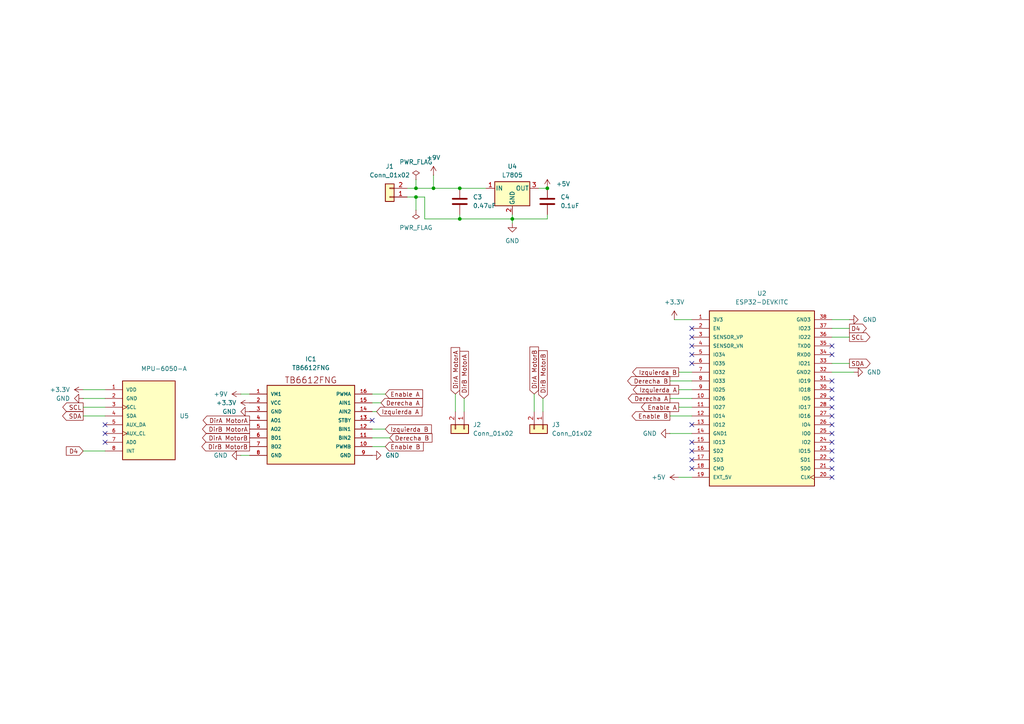
<source format=kicad_sch>
(kicad_sch (version 20231120) (generator "eeschema") (generator_version "8.0")
  (paper "A4")
  (lib_symbols
    (symbol "Connector_Generic:Conn_01x02" (pin_names (offset 1.016) hide)
      (property "Reference" "J" (at 0 2.54 0))
      (property "Value" "Conn_01x02" (at 0 -5.08 0))
      (symbol "Conn_01x02_1_1"
        (rectangle (start -1.27 -2.413) (end 0 -2.667) (stroke (width 0.1524)))
        (rectangle (start -1.27 0.127) (end 0 -0.127) (stroke (width 0.1524)))
        (rectangle (start -1.27 1.27) (end 1.27 -3.81) (stroke (width 0.254)) (fill (type background)))
        (pin passive line (at -5.08 0 0) (length 3.81) (name "Pin_1") (number "1"))
        (pin passive line (at -5.08 -2.54 0) (length 3.81) (name "Pin_2") (number "2"))
      )
    )
    (symbol "Device:C" (pin_numbers hide) (pin_names (offset 0.254))
      (property "Reference" "C" (at 0.635 2.54 0))
      (property "Value" "C" (at 0.635 -2.54 0))
      (symbol "C_0_1"
        (polyline (pts (xy -2.032 -0.762) (xy 2.032 -0.762)) (stroke (width 0.508)))
        (polyline (pts (xy -2.032 0.762) (xy 2.032 0.762)) (stroke (width 0.508)))
      )
      (symbol "C_1_1"
        (pin passive line (at 0 3.81 270) (length 2.794) (name "~") (number "1"))
        (pin passive line (at 0 -3.81 90) (length 2.794) (name "~") (number "2"))
      )
    )
    (symbol "ESP32-DEVKITC:ESP32-DEVKITC" (pin_names (offset 1.016))
      (property "Reference" "U2" (at 0 30.48 0))
      (property "Value" "ESP32-DEVKITC" (at 0 27.94 0))
      (symbol "ESP32-DEVKITC_0_0"
        (rectangle (start -15.24 25.4) (end 15.24 -25.4) (stroke (width 0.254)) (fill (type background)))
        (pin bidirectional line (at -20.32 0 0) (length 5.08) (name "IO26") (number "10"))
        (pin bidirectional line (at -20.32 -2.54 0) (length 5.08) (name "IO27") (number "11"))
        (pin bidirectional line (at -20.32 -5.08 0) (length 5.08) (name "IO14") (number "12"))
        (pin bidirectional line (at -20.32 -7.62 0) (length 5.08) (name "IO12") (number "13"))
        (pin power_in line (at -20.32 -10.16 0) (length 5.08) (name "GND1") (number "14"))
        (pin bidirectional line (at -20.32 -12.7 0) (length 5.08) (name "IO13") (number "15"))
        (pin bidirectional line (at -20.32 -15.24 0) (length 5.08) (name "SD2") (number "16"))
        (pin bidirectional line (at -20.32 -17.78 0) (length 5.08) (name "SD3") (number "17"))
        (pin bidirectional line (at -20.32 -20.32 0) (length 5.08) (name "CMD") (number "18"))
        (pin power_in line (at -20.32 -22.86 0) (length 5.08) (name "EXT_5V") (number "19"))
        (pin input line (at -20.32 20.32 0) (length 5.08) (name "EN") (number "2"))
        (pin input clock (at 20.32 -22.86 180) (length 5.08) (name "CLK") (number "20"))
        (pin bidirectional line (at 20.32 -20.32 180) (length 5.08) (name "SD0") (number "21"))
        (pin bidirectional line (at 20.32 -17.78 180) (length 5.08) (name "SD1") (number "22"))
        (pin bidirectional line (at 20.32 -15.24 180) (length 5.08) (name "IO15") (number "23"))
        (pin bidirectional line (at 20.32 -12.7 180) (length 5.08) (name "IO2") (number "24"))
        (pin bidirectional line (at 20.32 -10.16 180) (length 5.08) (name "IO0") (number "25"))
        (pin bidirectional line (at 20.32 -7.62 180) (length 5.08) (name "IO4") (number "26"))
        (pin bidirectional line (at 20.32 -5.08 180) (length 5.08) (name "IO16") (number "27"))
        (pin bidirectional line (at 20.32 -2.54 180) (length 5.08) (name "IO17") (number "28"))
        (pin bidirectional line (at 20.32 0 180) (length 5.08) (name "IO5") (number "29"))
        (pin input line (at -20.32 17.78 0) (length 5.08) (name "SENSOR_VP") (number "3"))
        (pin bidirectional line (at 20.32 2.54 180) (length 5.08) (name "IO18") (number "30"))
        (pin bidirectional line (at 20.32 5.08 180) (length 5.08) (name "IO19") (number "31"))
        (pin power_in line (at 20.32 7.62 180) (length 5.08) (name "GND2") (number "32"))
        (pin bidirectional line (at 20.32 10.16 180) (length 5.08) (name "IO21") (number "33"))
        (pin input line (at 20.32 12.7 180) (length 5.08) (name "RXD0") (number "34"))
        (pin output line (at 20.32 15.24 180) (length 5.08) (name "TXD0") (number "35"))
        (pin bidirectional line (at 20.32 17.78 180) (length 5.08) (name "IO22") (number "36"))
        (pin bidirectional line (at 20.32 20.32 180) (length 5.08) (name "IO23") (number "37"))
        (pin power_in line (at 20.32 22.86 180) (length 5.08) (name "GND3") (number "38"))
        (pin input line (at -20.32 15.24 0) (length 5.08) (name "SENSOR_VN") (number "4"))
        (pin bidirectional line (at -20.32 12.7 0) (length 5.08) (name "IO34") (number "5"))
        (pin bidirectional line (at -20.32 10.16 0) (length 5.08) (name "IO35") (number "6"))
        (pin bidirectional line (at -20.32 7.62 0) (length 5.08) (name "IO32") (number "7"))
        (pin bidirectional line (at -20.32 5.08 0) (length 5.08) (name "IO33") (number "8"))
        (pin bidirectional line (at -20.32 2.54 0) (length 5.08) (name "IO25") (number "9"))
      )
      (symbol "ESP32-DEVKITC_1_0"
        (pin power_out line (at -20.32 22.86 0) (length 5.08) (name "3V3") (number "1"))
      )
    )
    (symbol "Mi_Libreria:MPU-6050-A" (pin_names (offset 1.016))
      (property "Reference" "U" (at -12.7 21.082 0))
      (property "Value" "MPU-6050-A" (at -12.7 -22.86 0))
      (symbol "MPU-6050-A_0_0"
        (rectangle (start -12.7 17.78) (end 2.54 -5.08) (stroke (width 0.254)) (fill (type background)))
        (pin power_in line (at -17.78 15.24 0) (length 5.08) (name "VDD") (number "1"))
        (pin power_in line (at -17.78 12.7 0) (length 5.08) (name "GND") (number "2"))
        (pin input clock (at -17.78 10.16 0) (length 5.08) (name "SCL") (number "3"))
        (pin bidirectional line (at -17.78 7.62 0) (length 5.08) (name "SDA") (number "4"))
        (pin bidirectional line (at -17.78 5.08 0) (length 5.08) (name "AUX_DA") (number "5"))
        (pin output clock (at -17.78 2.54 0) (length 5.08) (name "AUX_CL") (number "6"))
        (pin input line (at -17.78 0 0) (length 5.08) (name "AD0") (number "7"))
        (pin output line (at -17.78 -2.54 0) (length 5.08) (name "INT") (number "8"))
      )
    )
    (symbol "Mi_Libreria:TB6612FNG" (pin_names (offset 1.016))
      (property "Reference" "IC1" (at 0 27.94 0))
      (property "Value" "TB6612FNG" (at 0 25.4 0))
      (symbol "TB6612FNG_0_0"
        (rectangle (start -12.7 20.32) (end 12.7 -2.54) (stroke (width 0.254)) (fill (type background)))
        (text "TB6612FNG" (at 7.62 22.86 0) (effects (font (size 1.778 1.778)) (justify right top)))
        (pin power_in line (at -17.78 17.78 0) (length 5.08) (name "VM1") (number "1"))
        (pin power_in line (at -17.78 15.24 0) (length 5.08) (name "VCC") (number "2"))
        (pin power_in line (at -17.78 12.7 0) (length 5.08) (name "GND") (number "3"))
        (pin output line (at -17.78 10.16 0) (length 5.08) (name "AO1") (number "4"))
        (pin output line (at -17.78 7.62 0) (length 5.08) (name "AO2") (number "5"))
        (pin output line (at -17.78 5.08 0) (length 5.08) (name "BO1") (number "6"))
        (pin output line (at -17.78 2.54 0) (length 5.08) (name "BO2") (number "7"))
        (pin power_in line (at -17.78 0 0) (length 5.08) (name "GND") (number "8"))
      )
      (symbol "TB6612FNG_1_0"
        (pin input line (at 17.78 2.54 180) (length 5.08) (name "PWMB") (number "10"))
        (pin input line (at 17.78 5.08 180) (length 5.08) (name "BIN2") (number "11"))
        (pin input line (at 17.78 7.62 180) (length 5.08) (name "BIN1") (number "12"))
        (pin input line (at 17.78 10.16 180) (length 5.08) (name "STBY") (number "13"))
        (pin input line (at 17.78 12.7 180) (length 5.08) (name "AIN2") (number "14"))
        (pin input line (at 17.78 15.24 180) (length 5.08) (name "AIN1") (number "15"))
        (pin input line (at 17.78 17.78 180) (length 5.08) (name "PWMA") (number "16"))
        (pin power_in line (at 17.78 0 180) (length 5.08) (name "GND") (number "9"))
      )
    )
    (symbol "Regulator_Linear:L7805" (pin_names (offset 0.254))
      (property "Reference" "U" (at -3.81 3.175 0))
      (property "Value" "L7805" (at 0 3.175 0))
      (symbol "L7805_0_1"
        (rectangle (start -5.08 1.905) (end 5.08 -5.08) (stroke (width 0.254)) (fill (type background)))
      )
      (symbol "L7805_1_1"
        (pin power_in line (at -7.62 0 0) (length 2.54) (name "IN") (number "1"))
        (pin power_in line (at 0 -7.62 90) (length 2.54) (name "GND") (number "2"))
        (pin power_out line (at 7.62 0 180) (length 2.54) (name "OUT") (number "3"))
      )
    )
    (symbol "power:+3.3V" (power) (pin_numbers hide) (pin_names (offset 0) hide)
      (property "Value" "+3.3V" (at 0 3.556 0))
      (symbol "+3.3V_0_1"
        (polyline (pts (xy -0.762 1.27) (xy 0 2.54)))
        (polyline (pts (xy 0 0) (xy 0 2.54)))
        (polyline (pts (xy 0 2.54) (xy 0.762 1.27)))
      )
      (symbol "+3.3V_1_1"
        (pin power_in line (at 0 0 90) (length 0) (name "~") (number "1"))
      )
    )
    (symbol "power:+8V" (power) (pin_numbers hide) (pin_names (offset 0) hide)
      (property "Value" "+8V" (at 0 3.556 0))
      (symbol "+8V_0_1"
        (polyline (pts (xy -0.762 1.27) (xy 0 2.54)))
        (polyline (pts (xy 0 0) (xy 0 2.54)))
        (polyline (pts (xy 0 2.54) (xy 0.762 1.27)))
      )
      (symbol "+8V_1_1"
        (pin power_in line (at 0 0 90) (length 0) (name "~") (number "1"))
      )
    )
    (symbol "power:+9V" (power) (pin_numbers hide) (pin_names (offset 0) hide)
      (property "Value" "+9V" (at 0 3.556 0))
      (symbol "+9V_0_1"
        (polyline (pts (xy -0.762 1.27) (xy 0 2.54)))
        (polyline (pts (xy 0 0) (xy 0 2.54)))
        (polyline (pts (xy 0 2.54) (xy 0.762 1.27)))
      )
      (symbol "+9V_1_1"
        (pin power_in line (at 0 0 90) (length 0) (name "~") (number "1"))
      )
    )
    (symbol "power:GND" (power) (pin_numbers hide) (pin_names (offset 0) hide)
      (property "Value" "GND" (at 0 -3.81 0))
      (symbol "GND_0_1"
        (polyline (pts (xy 0 0) (xy 0 -1.27) (xy 1.27 -1.27) (xy 0 -2.54) (xy -1.27 -1.27) (xy 0 -1.27)))
      )
      (symbol "GND_1_1"
        (pin power_in line (at 0 0 270) (length 0) (name "~") (number "1"))
      )
    )
    (symbol "power:PWR_FLAG" (power) (pin_numbers hide) (pin_names (offset 0) hide)
      (property "Value" "PWR_FLAG" (at 0 3.81 0))
      (symbol "PWR_FLAG_0_0"
        (pin power_out line (at 0 0 90) (length 0) (name "~") (number "1"))
      )
      (symbol "PWR_FLAG_0_1"
        (polyline (pts (xy 0 0) (xy 0 1.27) (xy -1.016 1.905) (xy 0 2.54) (xy 1.016 1.905) (xy 0 1.27)))
      )
    )
  )
  (junction (at 120.65 57.15))
  (junction (at 133.35 63.5))
  (junction (at 158.75 54.61))
  (junction (at 148.59 63.5))
  (junction (at 133.35 54.61))
  (junction (at 125.73 54.61))
  (junction (at 120.65 54.61))
  (no_connect (at 241.3 100.33))
  (no_connect (at 241.3 113.03))
  (no_connect (at 200.66 95.25))
  (no_connect (at 200.66 100.33))
  (no_connect (at 241.3 118.11))
  (no_connect (at 200.66 97.79))
  (no_connect (at 200.66 102.87))
  (no_connect (at 241.3 123.19))
  (no_connect (at 200.66 105.41))
  (no_connect (at 200.66 128.27))
  (no_connect (at 241.3 138.43))
  (no_connect (at 241.3 130.81))
  (no_connect (at 30.48 123.19))
  (no_connect (at 241.3 120.65))
  (no_connect (at 30.48 128.27))
  (no_connect (at 241.3 135.89))
  (no_connect (at 200.66 123.19))
  (no_connect (at 241.3 115.57))
  (no_connect (at 200.66 130.81))
  (no_connect (at 241.3 133.35))
  (no_connect (at 241.3 128.27))
  (no_connect (at 241.3 125.73))
  (no_connect (at 241.3 102.87))
  (no_connect (at 200.66 135.89))
  (no_connect (at 107.95 121.92))
  (no_connect (at 200.66 133.35))
  (no_connect (at 241.3 110.49))
  (no_connect (at 30.48 125.73))
  (wire (pts (xy 107.95 116.84) (xy 110.49 116.84)))
  (wire (pts (xy 24.13 118.11) (xy 30.48 118.11)))
  (wire (pts (xy 134.62 115.57) (xy 134.62 119.38)))
  (wire (pts (xy 69.85 132.08) (xy 72.39 132.08)))
  (wire (pts (xy 107.95 127) (xy 113.03 127)))
  (wire (pts (xy 157.48 115.57) (xy 157.48 119.38)))
  (wire (pts (xy 156.21 54.61) (xy 158.75 54.61)))
  (wire (pts (xy 154.94 114.3) (xy 154.94 119.38)))
  (wire (pts (xy 120.65 54.61) (xy 125.73 54.61)))
  (wire (pts (xy 241.3 97.79) (xy 246.38 97.79)))
  (wire (pts (xy 120.65 52.07) (xy 120.65 54.61)))
  (wire (pts (xy 125.73 50.8) (xy 125.73 54.61)))
  (wire (pts (xy 158.75 62.23) (xy 158.75 63.5)))
  (wire (pts (xy 120.65 57.15) (xy 123.19 57.15)))
  (wire (pts (xy 118.11 54.61) (xy 120.65 54.61)))
  (wire (pts (xy 194.31 115.57) (xy 200.66 115.57)))
  (wire (pts (xy 196.85 107.95) (xy 200.66 107.95)))
  (wire (pts (xy 194.31 120.65) (xy 200.66 120.65)))
  (wire (pts (xy 120.65 57.15) (xy 120.65 60.96)))
  (wire (pts (xy 148.59 63.5) (xy 148.59 64.77)))
  (wire (pts (xy 123.19 57.15) (xy 123.19 63.5)))
  (wire (pts (xy 107.95 124.46) (xy 111.76 124.46)))
  (wire (pts (xy 24.13 130.81) (xy 30.48 130.81)))
  (wire (pts (xy 24.13 113.03) (xy 30.48 113.03)))
  (wire (pts (xy 241.3 105.41) (xy 246.38 105.41)))
  (wire (pts (xy 196.85 138.43) (xy 200.66 138.43)))
  (wire (pts (xy 195.58 92.71) (xy 200.66 92.71)))
  (wire (pts (xy 148.59 62.23) (xy 148.59 63.5)))
  (wire (pts (xy 132.08 114.3) (xy 132.08 119.38)))
  (wire (pts (xy 196.85 118.11) (xy 200.66 118.11)))
  (wire (pts (xy 107.95 114.3) (xy 111.76 114.3)))
  (wire (pts (xy 133.35 62.23) (xy 133.35 63.5)))
  (wire (pts (xy 196.85 113.03) (xy 200.66 113.03)))
  (wire (pts (xy 123.19 63.5) (xy 133.35 63.5)))
  (wire (pts (xy 133.35 63.5) (xy 148.59 63.5)))
  (wire (pts (xy 241.3 95.25) (xy 246.38 95.25)))
  (wire (pts (xy 69.85 114.3) (xy 72.39 114.3)))
  (wire (pts (xy 107.95 129.54) (xy 111.76 129.54)))
  (wire (pts (xy 118.11 57.15) (xy 120.65 57.15)))
  (wire (pts (xy 133.35 54.61) (xy 140.97 54.61)))
  (wire (pts (xy 24.13 115.57) (xy 30.48 115.57)))
  (wire (pts (xy 24.13 120.65) (xy 30.48 120.65)))
  (wire (pts (xy 241.3 107.95) (xy 247.65 107.95)))
  (wire (pts (xy 194.31 125.73) (xy 200.66 125.73)))
  (wire (pts (xy 194.31 110.49) (xy 200.66 110.49)))
  (wire (pts (xy 241.3 92.71) (xy 246.38 92.71)))
  (wire (pts (xy 107.95 119.38) (xy 109.22 119.38)))
  (wire (pts (xy 158.75 63.5) (xy 148.59 63.5)))
  (wire (pts (xy 125.73 54.61) (xy 133.35 54.61)))
  (global_label "Derecha B" (shape output) (at 194.31 110.49 180) (property "Intersheetrefs" "${INTERSHEET_REFS}" (effects (hide yes))))
  (global_label "SDA" (shape output) (at 24.13 120.65 180) (property "Intersheetrefs" "${INTERSHEET_REFS}" (effects (hide yes))))
  (global_label "SCL" (shape output) (at 246.38 97.79 0) (property "Intersheetrefs" "${INTERSHEET_REFS}" (effects (hide yes))))
  (global_label "D4" (shape output) (at 246.38 95.25 0) (property "Intersheetrefs" "${INTERSHEET_REFS}" (effects (hide yes))))
  (global_label "Derecha A" (shape output) (at 194.31 115.57 180) (property "Intersheetrefs" "${INTERSHEET_REFS}" (effects (hide yes))))
  (global_label "DirB MotorA" (shape output) (at 72.39 124.46 180) (property "Intersheetrefs" "${INTERSHEET_REFS}" (effects (hide yes))))
  (global_label "Izquierda A" (shape input) (at 109.22 119.38 0) (property "Intersheetrefs" "${INTERSHEET_REFS}" (effects (hide yes))))
  (global_label "SDA" (shape output) (at 246.38 105.41 0) (property "Intersheetrefs" "${INTERSHEET_REFS}" (effects (hide yes))))
  (global_label "Izquierda B" (shape output) (at 196.85 107.95 180) (property "Intersheetrefs" "${INTERSHEET_REFS}" (effects (hide yes))))
  (global_label "Enable B" (shape input) (at 111.76 129.54 0) (property "Intersheetrefs" "${INTERSHEET_REFS}" (effects (hide yes))))
  (global_label "Izquierda B" (shape input) (at 111.76 124.46 0) (property "Intersheetrefs" "${INTERSHEET_REFS}" (effects (hide yes))))
  (global_label "DirA MotorA" (shape input) (at 132.08 114.3 90) (property "Intersheetrefs" "${INTERSHEET_REFS}" (effects (hide yes))))
  (global_label "D4" (shape input) (at 24.13 130.81 180) (property "Intersheetrefs" "${INTERSHEET_REFS}" (effects (hide yes))))
  (global_label "Derecha A" (shape input) (at 110.49 116.84 0) (property "Intersheetrefs" "${INTERSHEET_REFS}" (effects (hide yes))))
  (global_label "DirA MotorB" (shape output) (at 72.39 127 180) (property "Intersheetrefs" "${INTERSHEET_REFS}" (effects (hide yes))))
  (global_label "SCL" (shape output) (at 24.13 118.11 180) (property "Intersheetrefs" "${INTERSHEET_REFS}" (effects (hide yes))))
  (global_label "DirB MotorA" (shape input) (at 134.62 115.57 90) (property "Intersheetrefs" "${INTERSHEET_REFS}" (effects (hide yes))))
  (global_label "DirA MotorA" (shape output) (at 72.39 121.92 180) (property "Intersheetrefs" "${INTERSHEET_REFS}" (effects (hide yes))))
  (global_label "DirB MotorB" (shape input) (at 157.48 115.57 90) (property "Intersheetrefs" "${INTERSHEET_REFS}" (effects (hide yes))))
  (global_label "Enable A" (shape input) (at 111.76 114.3 0) (property "Intersheetrefs" "${INTERSHEET_REFS}" (effects (hide yes))))
  (global_label "Derecha B" (shape input) (at 113.03 127 0) (property "Intersheetrefs" "${INTERSHEET_REFS}" (effects (hide yes))))
  (global_label "Izquierda A" (shape output) (at 196.85 113.03 180) (property "Intersheetrefs" "${INTERSHEET_REFS}" (effects (hide yes))))
  (global_label "DirA MotorB" (shape input) (at 154.94 114.3 90) (property "Intersheetrefs" "${INTERSHEET_REFS}" (effects (hide yes))))
  (global_label "Enable B" (shape output) (at 194.31 120.65 180) (property "Intersheetrefs" "${INTERSHEET_REFS}" (effects (hide yes))))
  (global_label "Enable A" (shape output) (at 196.85 118.11 180) (property "Intersheetrefs" "${INTERSHEET_REFS}" (effects (hide yes))))
  (global_label "DirB MotorB" (shape output) (at 72.39 129.54 180) (property "Intersheetrefs" "${INTERSHEET_REFS}" (effects (hide yes))))
  (symbol (lib_id "Connector_Generic:Conn_01x02") (at 134.62 124.46 270) (unit 1)
    (property "Reference" "J2" (at 137.16 123.1899 90) (effects (justify left)))
    (property "Value" "Conn_01x02" (at 137.16 125.7299 90) (effects (justify left)))
    (property "Footprint" "TerminalBlock_Phoenix:TerminalBlock_Phoenix_MKDS-1,5-2_1x02_P5.00mm_Horizontal" (effects (hide yes)))
    (property "Description" "Generic connector, single row, 01x02, script generated (kicad-library-utils/schlib/autogen/connector/)" (effects (hide yes)))
  )
  (symbol (lib_id "power:GND") (at 107.95 132.08 90) (unit 1)
    (property "Reference" "#PWR011" (effects (hide yes)))
    (property "Value" "GND" (at 111.76 132.0799 90) (effects (justify right)))
    (property "Description" "Power symbol creates a global label with name \"GND\" , ground" (effects (hide yes)))
  )
  (symbol (lib_id "power:GND") (at 194.31 125.73 270) (unit 1)
    (property "Reference" "#PWR04" (effects (hide yes)))
    (property "Value" "GND" (at 190.5 125.7299 90) (effects (justify right)))
    (property "Description" "Power symbol creates a global label with name \"GND\" , ground" (effects (hide yes)))
  )
  (symbol (lib_id "power:GND") (at 247.65 107.95 90) (unit 1)
    (property "Reference" "#PWR05" (effects (hide yes)))
    (property "Value" "GND" (at 251.46 107.9499 90) (effects (justify right)))
    (property "Description" "Power symbol creates a global label with name \"GND\" , ground" (effects (hide yes)))
  )
  (symbol (lib_id "power:+3.3V") (at 195.58 92.71 0) (unit 1)
    (property "Reference" "#PWR06" (effects (hide yes)))
    (property "Value" "+3.3V" (at 195.58 87.63 0))
    (property "Description" "Power symbol creates a global label with name \"+3.3V\"" (effects (hide yes)))
  )
  (symbol (lib_id "power:GND") (at 72.39 119.38 270) (unit 1)
    (property "Reference" "#PWR022" (effects (hide yes)))
    (property "Value" "GND" (at 68.58 119.3799 90) (effects (justify right)))
    (property "Description" "Power symbol creates a global label with name \"GND\" , ground" (effects (hide yes)))
  )
  (symbol (lib_id "power:+3.3V") (at 72.39 116.84 90) (unit 1)
    (property "Reference" "#PWR020" (effects (hide yes)))
    (property "Value" "+3.3V" (at 68.58 116.8399 90) (effects (justify left)))
    (property "Description" "Power symbol creates a global label with name \"+3.3V\"" (effects (hide yes)))
  )
  (symbol (lib_id "Device:C") (at 133.35 58.42 0) (unit 1)
    (property "Reference" "C3" (at 137.16 57.1499 0) (effects (justify left)))
    (property "Value" "0.47uF" (at 137.16 59.6899 0) (effects (justify left)))
    (property "Footprint" "Capacitor_THT:CP_Radial_D8.0mm_P3.50mm" (effects (hide yes)))
    (property "Description" "Unpolarized capacitor" (effects (hide yes)))
  )
  (symbol (lib_id "power:PWR_FLAG") (at 120.65 52.07 0) (unit 1)
    (property "Reference" "#FLG01" (effects (hide yes)))
    (property "Value" "PWR_FLAG" (at 120.65 46.99 0))
    (property "Description" "Special symbol for telling ERC where power comes from" (effects (hide yes)))
  )
  (symbol (lib_id "power:GND") (at 246.38 92.71 90) (unit 1)
    (property "Reference" "#PWR03" (effects (hide yes)))
    (property "Value" "GND" (at 250.19 92.7099 90) (effects (justify right)))
    (property "Description" "Power symbol creates a global label with name \"GND\" , ground" (effects (hide yes)))
  )
  (symbol (lib_id "Mi_Libreria:MPU-6050-A") (at 48.26 128.27 0) (unit 1)
    (property "Reference" "U5" (at 52.07 120.6499 0) (effects (justify left)))
    (property "Value" "MPU-6050-A" (at 40.894 106.934 0) (effects (justify left)))
    (property "Footprint" "Huellas Ramses:MPU6050" (effects (hide yes)))
    (property "Description" "\n" (effects (hide yes)))
    (property "MF" "TDK InvenSense" (effects (hide yes)))
    (property "MAXIMUM_PACKAGE_HEIGHT" "0.95mm" (effects (hide yes)))
    (property "Package" "None" (effects (hide yes)))
    (property "Price" "None" (effects (hide yes)))
    (property "Check_prices" "https://www.snapeda.com/parts/MPU-6050-A/InvenSense/view-part/?ref=eda" (effects (hide yes)))
    (property "STANDARD" "IPC-7351B" (effects (hide yes)))
    (property "PARTREV" "3.4" (effects (hide yes)))
    (property "SnapEDA_Link" "https://www.snapeda.com/parts/MPU-6050-A/InvenSense/view-part/?ref=snap" (effects (hide yes)))
    (property "MP" "MPU-6050-A" (effects (hide yes)))
    (property "Availability" "Not in stock" (effects (hide yes)))
    (property "MANUFACTURER" "InvenSense" (effects (hide yes)))
  )
  (symbol (lib_id "power:GND") (at 148.59 64.77 0) (unit 1)
    (property "Reference" "#PWR016" (effects (hide yes)))
    (property "Value" "GND" (at 148.59 69.85 0))
    (property "Description" "Power symbol creates a global label with name \"GND\" , ground" (effects (hide yes)))
  )
  (symbol (lib_id "Mi_Libreria:TB6612FNG") (at 90.17 132.08 0) (unit 1)
    (property "Reference" "IC1" (at 90.17 104.14 0))
    (property "Value" "TB6612FNG" (at 90.17 106.68 0))
    (property "Footprint" "Huellas Ramses:TB6612FngSparkfun" (effects (hide yes)))
    (property "Description" "\n- Motor Driver Power MOSFET Parallel 24-SSOP\n" (effects (hide yes)))
    (property "MF" "Toshiba" (effects (hide yes)))
    (property "Package" "None" (effects (hide yes)))
    (property "Price" "None" (effects (hide yes)))
    (property "SnapEDA_Link" "https://www.snapeda.com/parts/TB6612FNG/Toshiba/view-part/?ref=snap" (effects (hide yes)))
    (property "MP" "TB6612FNG" (effects (hide yes)))
    (property "Purchase-URL" "https://www.snapeda.com/api/url_track_click_mouser/?unipart_id=6765825&manufacturer=Toshiba&part_name=TB6612FNG&search_term=tb6612fng" (effects (hide yes)))
    (property "Availability" "In Stock" (effects (hide yes)))
    (property "Check_prices" "https://www.snapeda.com/parts/TB6612FNG/Toshiba/view-part/?ref=eda" (effects (hide yes)))
  )
  (symbol (lib_id "power:PWR_FLAG") (at 120.65 60.96 180) (unit 1)
    (property "Reference" "#FLG02" (effects (hide yes)))
    (property "Value" "PWR_FLAG" (at 120.65 66.04 0))
    (property "Description" "Special symbol for telling ERC where power comes from" (effects (hide yes)))
  )
  (symbol (lib_id "Connector_Generic:Conn_01x02") (at 113.03 57.15 180) (unit 1)
    (property "Reference" "J1" (at 113.03 48.26 0))
    (property "Value" "Conn_01x02" (at 113.03 50.8 0))
    (property "Footprint" "TerminalBlock_Phoenix:TerminalBlock_Phoenix_MKDS-1,5-2_1x02_P5.00mm_Horizontal" (effects (hide yes)))
    (property "Description" "Generic connector, single row, 01x02, script generated (kicad-library-utils/schlib/autogen/connector/)" (effects (hide yes)))
  )
  (symbol (lib_id "Device:C") (at 158.75 58.42 0) (unit 1)
    (property "Reference" "C4" (at 162.56 57.1499 0) (effects (justify left)))
    (property "Value" "0.1uF" (at 162.56 59.6899 0) (effects (justify left)))
    (property "Footprint" "Capacitor_THT:CP_Radial_D5.0mm_P2.00mm" (effects (hide yes)))
    (property "Description" "Unpolarized capacitor" (effects (hide yes)))
  )
  (symbol (lib_id "power:GND") (at 24.13 115.57 270) (unit 1)
    (property "Reference" "#PWR08" (effects (hide yes)))
    (property "Value" "GND" (at 20.32 115.5699 90) (effects (justify right)))
    (property "Description" "Power symbol creates a global label with name \"GND\" , ground" (effects (hide yes)))
  )
  (symbol (lib_id "power:+9V") (at 69.85 114.3 90) (unit 1)
    (property "Reference" "#PWR02" (effects (hide yes)))
    (property "Value" "+9V" (at 66.04 114.2999 90) (effects (justify left)))
    (property "Description" "Power symbol creates a global label with name \"+9V\"" (effects (hide yes)))
  )
  (symbol (lib_id "Connector_Generic:Conn_01x02") (at 157.48 124.46 270) (unit 1)
    (property "Reference" "J3" (at 160.02 123.1899 90) (effects (justify left)))
    (property "Value" "Conn_01x02" (at 160.02 125.7299 90) (effects (justify left)))
    (property "Footprint" "TerminalBlock_Phoenix:TerminalBlock_Phoenix_MKDS-1,5-2_1x02_P5.00mm_Horizontal" (effects (hide yes)))
    (property "Description" "Generic connector, single row, 01x02, script generated (kicad-library-utils/schlib/autogen/connector/)" (effects (hide yes)))
  )
  (symbol (lib_id "power:+8V") (at 158.75 54.61 0) (unit 1)
    (property "Reference" "#PWR018" (effects (hide yes)))
    (property "Value" "+5V" (at 161.29 53.3399 0) (effects (justify left)))
    (property "Description" "Power symbol creates a global label with name \"+8V\"" (effects (hide yes)))
  )
  (symbol (lib_id "ESP32-DEVKITC:ESP32-DEVKITC") (at 220.98 115.57 0) (unit 1)
    (property "Reference" "U2" (at 220.98 85.09 0))
    (property "Value" "ESP32-DEVKITC" (at 220.98 87.63 0))
    (property "Footprint" "ESP32:MODULE_ESP32-DEVKITC" (effects (hide yes)))
    (property "MF" "Espressif Systems" (effects (hide yes)))
    (property "Description_1" "\nESP32-WROOM-32UE series Transceiver; 802.11 b/g/n (Wi-Fi, WiFi, WLAN), Bluetooth ® Smart Ready 4.x Dual Mode Evaluation Board\n" (effects (hide yes)))
    (property "Package" "None" (effects (hide yes)))
    (property "Price" "None" (effects (hide yes)))
    (property "Check_prices" "https://www.snapeda.com/parts/ESP32-DEVKITC/Espressif+Systems/view-part/?ref=eda" (effects (hide yes)))
    (property "STANDARD" "Manufacturer Recommendations" (effects (hide yes)))
    (property "PARTREV" "N/A" (effects (hide yes)))
    (property "SnapEDA_Link" "https://www.snapeda.com/parts/ESP32-DEVKITC/Espressif+Systems/view-part/?ref=snap" (effects (hide yes)))
    (property "MP" "ESP32-DEVKITC" (effects (hide yes)))
    (property "Availability" "In Stock" (effects (hide yes)))
    (property "MANUFACTURER" "ESPRESSIF" (effects (hide yes)))
  )
  (symbol (lib_id "power:+9V") (at 125.73 50.8 0) (unit 1)
    (property "Reference" "#PWR01" (effects (hide yes)))
    (property "Value" "+9V" (at 125.73 45.72 0))
    (property "Description" "Power symbol creates a global label with name \"+9V\"" (effects (hide yes)))
  )
  (symbol (lib_id "power:+8V") (at 196.85 138.43 90) (unit 1)
    (property "Reference" "#PWR019" (effects (hide yes)))
    (property "Value" "+5V" (at 193.04 138.4299 90) (effects (justify left)))
    (property "Description" "Power symbol creates a global label with name \"+8V\"" (effects (hide yes)))
  )
  (symbol (lib_id "Regulator_Linear:L7805") (at 148.59 54.61 0) (unit 1)
    (property "Reference" "U4" (at 148.59 48.26 0))
    (property "Value" "L7805" (at 148.59 50.8 0))
    (property "Footprint" "Package_TO_SOT_THT:TO-220F-3_Vertical" (effects (hide yes)))
    (property "Datasheet" "http://www.st.com/content/ccc/resource/technical/document/datasheet/41/4f/b3/b0/12/d4/47/88/CD00000444.pdf/files/CD00000444.pdf/jcr:content/translations/en.CD00000444.pdf" (effects (hide yes)))
    (property "Description" "Positive 1.5A 35V Linear Regulator, Fixed Output 5V, TO-220/TO-263/TO-252" (effects (hide yes)))
  )
  (symbol (lib_id "power:GND") (at 69.85 132.08 270) (unit 1)
    (property "Reference" "#PWR010" (effects (hide yes)))
    (property "Value" "GND" (at 66.04 132.0799 90) (effects (justify right)))
    (property "Description" "Power symbol creates a global label with name \"GND\" , ground" (effects (hide yes)))
  )
  (symbol (lib_id "power:+3.3V") (at 24.13 113.03 90) (unit 1)
    (property "Reference" "#PWR09" (effects (hide yes)))
    (property "Value" "+3.3V" (at 20.32 113.0299 90) (effects (justify left)))
    (property "Description" "Power symbol creates a global label with name \"+3.3V\"" (effects (hide yes)))
  )
)
</source>
